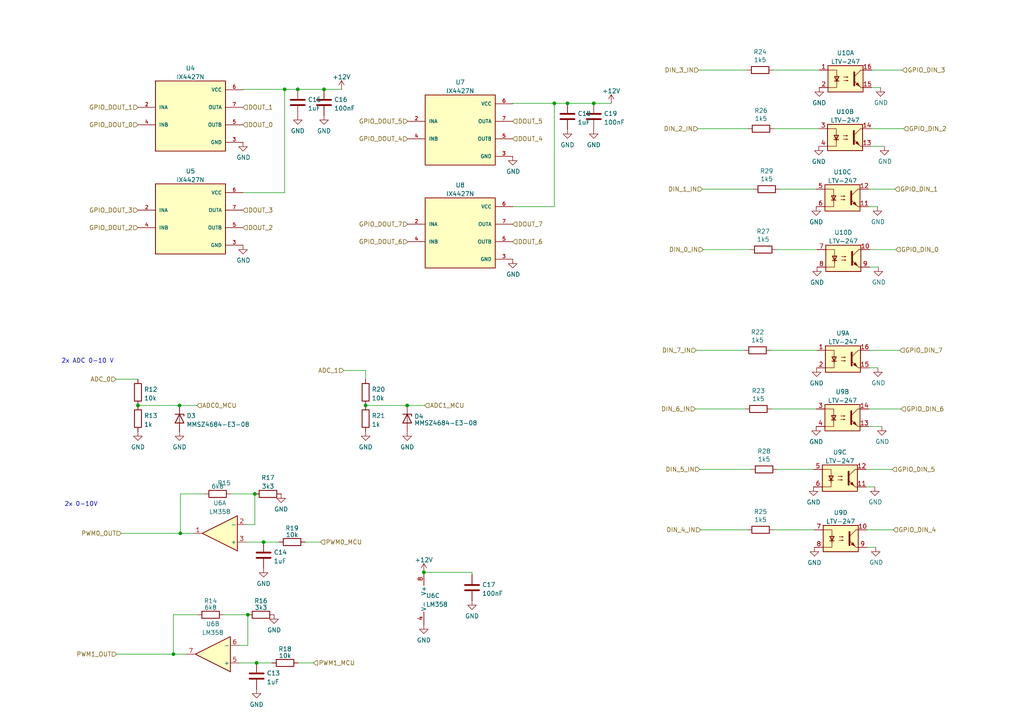
<source format=kicad_sch>
(kicad_sch (version 20230121) (generator eeschema)
  (paper "A4")
  (title_block (title "Room Board 003") (date "2018-06-15") (rev "001") (company "Jiří Husák"))
  (lib_symbols
    (symbol "Amplifier_Operational:LM358" (pin_names (offset 0.127))
      (property "Reference" "U" (at 0 5.08 0))
      (property "Value" "LM358" (at 0 -5.08 0))
      (symbol "LM358_1_1"
        (polyline (pts (xy -5.08 5.08) (xy 5.08 0) (xy -5.08 -5.08) (xy -5.08 5.08)) (stroke (width 0.254)) (fill (type background)))
        (pin output line (at 7.62 0 180) (length 2.54) (name "~") (number "1"))
        (pin input line (at -7.62 -2.54 0) (length 2.54) (name "-") (number "2"))
        (pin input line (at -7.62 2.54 0) (length 2.54) (name "+") (number "3"))
      )
      (symbol "LM358_2_1"
        (polyline (pts (xy -5.08 5.08) (xy 5.08 0) (xy -5.08 -5.08) (xy -5.08 5.08)) (stroke (width 0.254)) (fill (type background)))
        (pin input line (at -7.62 2.54 0) (length 2.54) (name "+") (number "5"))
        (pin input line (at -7.62 -2.54 0) (length 2.54) (name "-") (number "6"))
        (pin output line (at 7.62 0 180) (length 2.54) (name "~") (number "7"))
      )
      (symbol "LM358_3_1"
        (pin power_in line (at -2.54 -7.62 90) (length 3.81) (name "V-") (number "4"))
        (pin power_in line (at -2.54 7.62 270) (length 3.81) (name "V+") (number "8"))
      )
    )
    (symbol "Device:C" (pin_numbers hide) (pin_names (offset 0.254))
      (property "Reference" "C" (at 0.635 2.54 0))
      (property "Value" "C" (at 0.635 -2.54 0))
      (symbol "C_0_1"
        (polyline (pts (xy -2.032 -0.762) (xy 2.032 -0.762)) (stroke (width 0.508)))
        (polyline (pts (xy -2.032 0.762) (xy 2.032 0.762)) (stroke (width 0.508)))
      )
      (symbol "C_1_1"
        (pin passive line (at 0 3.81 270) (length 2.794) (name "~") (number "1"))
        (pin passive line (at 0 -3.81 90) (length 2.794) (name "~") (number "2"))
      )
    )
    (symbol "Device:D_Zener" (pin_numbers hide) (pin_names (offset 1.016) hide)
      (property "Reference" "D" (at 0 2.54 0))
      (property "Value" "D_Zener" (at 0 -2.54 0))
      (symbol "D_Zener_0_1"
        (polyline (pts (xy 1.27 0) (xy -1.27 0)))
        (polyline (pts (xy -1.27 -1.27) (xy -1.27 1.27) (xy -0.762 1.27)) (stroke (width 0.254)))
        (polyline (pts (xy 1.27 -1.27) (xy 1.27 1.27) (xy -1.27 0) (xy 1.27 -1.27)) (stroke (width 0.254)))
      )
      (symbol "D_Zener_1_1"
        (pin passive line (at -3.81 0 0) (length 2.54) (name "K") (number "1"))
        (pin passive line (at 3.81 0 180) (length 2.54) (name "A") (number "2"))
      )
    )
    (symbol "Device:R" (pin_numbers hide) (pin_names (offset 0))
      (property "Reference" "R" (at 2.032 0 90))
      (property "Value" "R" (at 0 0 90))
      (symbol "R_0_1"
        (rectangle (start -1.016 -2.54) (end 1.016 2.54) (stroke (width 0.254)))
      )
      (symbol "R_1_1"
        (pin passive line (at 0 3.81 270) (length 1.27) (name "~") (number "1"))
        (pin passive line (at 0 -3.81 90) (length 1.27) (name "~") (number "2"))
      )
    )
    (symbol "IX4427N:IX4427N" (pin_names (offset 1.016))
      (property "Reference" "U" (at -10.168 10.8035 0))
      (property "Value" "IX4427N" (at -10.1659 -12.7074 0))
      (symbol "IX4427N_0_0"
        (rectangle (start -10.16 -10.16) (end 10.16 10.16) (stroke (width 0.254)) (fill (type background)))
        (pin input line (at -15.24 2.54 0) (length 5.08) (name "INA") (number "2"))
        (pin power_in line (at 15.24 -7.62 180) (length 5.08) (name "GND") (number "3"))
        (pin input line (at -15.24 -2.54 0) (length 5.08) (name "INB") (number "4"))
        (pin output line (at 15.24 -2.54 180) (length 5.08) (name "OUTB") (number "5"))
        (pin power_in line (at 15.24 7.62 180) (length 5.08) (name "VCC") (number "6"))
        (pin output line (at 15.24 2.54 180) (length 5.08) (name "OUTA") (number "7"))
      )
    )
    (symbol "Isolator:LTV-247"
      (property "Reference" "U" (at -5.08 5.08 0))
      (property "Value" "LTV-247" (at 0 5.08 0))
      (symbol "LTV-247_0_1"
        (rectangle (start -5.08 3.81) (end 5.08 -3.81) (stroke (width 0.254)) (fill (type background)))
        (polyline (pts (xy -3.175 -0.635) (xy -1.905 -0.635)) (stroke (width 0.254)))
        (polyline (pts (xy 2.54 0.635) (xy 4.445 2.54)))
        (polyline (pts (xy 4.445 -2.54) (xy 2.54 -0.635)) (fill (type outline)))
        (polyline (pts (xy 4.445 -2.54) (xy 5.08 -2.54)))
        (polyline (pts (xy 4.445 2.54) (xy 5.08 2.54)))
        (polyline (pts (xy -2.54 -0.635) (xy -2.54 -2.54) (xy -5.08 -2.54)))
        (polyline (pts (xy 2.54 1.905) (xy 2.54 -1.905) (xy 2.54 -1.905)) (stroke (width 0.508)))
        (polyline (pts (xy -5.08 2.54) (xy -2.54 2.54) (xy -2.54 -1.27) (xy -2.54 0.635)))
        (polyline (pts (xy -2.54 -0.635) (xy -3.175 0.635) (xy -1.905 0.635) (xy -2.54 -0.635)) (stroke (width 0.254)))
        (polyline (pts (xy -0.508 -0.508) (xy 0.762 -0.508) (xy 0.381 -0.635) (xy 0.381 -0.381) (xy 0.762 -0.508)))
        (polyline (pts (xy -0.508 0.508) (xy 0.762 0.508) (xy 0.381 0.381) (xy 0.381 0.635) (xy 0.762 0.508)))
        (polyline (pts (xy 3.048 -1.651) (xy 3.556 -1.143) (xy 4.064 -2.159) (xy 3.048 -1.651) (xy 3.048 -1.651)) (fill (type outline)))
      )
      (symbol "LTV-247_1_1"
        (pin passive line (at -7.62 2.54 0) (length 2.54) (name "~") (number "1"))
        (pin passive line (at 7.62 -2.54 180) (length 2.54) (name "~") (number "15"))
        (pin passive line (at 7.62 2.54 180) (length 2.54) (name "~") (number "16"))
        (pin passive line (at -7.62 -2.54 0) (length 2.54) (name "~") (number "2"))
      )
      (symbol "LTV-247_2_1"
        (pin passive line (at 7.62 -2.54 180) (length 2.54) (name "~") (number "13"))
        (pin passive line (at 7.62 2.54 180) (length 2.54) (name "~") (number "14"))
        (pin passive line (at -7.62 2.54 0) (length 2.54) (name "~") (number "3"))
        (pin passive line (at -7.62 -2.54 0) (length 2.54) (name "~") (number "4"))
      )
      (symbol "LTV-247_3_1"
        (pin passive line (at 7.62 -2.54 180) (length 2.54) (name "~") (number "11"))
        (pin passive line (at 7.62 2.54 180) (length 2.54) (name "~") (number "12"))
        (pin passive line (at -7.62 2.54 0) (length 2.54) (name "~") (number "5"))
        (pin passive line (at -7.62 -2.54 0) (length 2.54) (name "~") (number "6"))
      )
      (symbol "LTV-247_4_1"
        (pin passive line (at 7.62 2.54 180) (length 2.54) (name "~") (number "10"))
        (pin passive line (at -7.62 2.54 0) (length 2.54) (name "~") (number "7"))
        (pin passive line (at -7.62 -2.54 0) (length 2.54) (name "~") (number "8"))
        (pin passive line (at 7.62 -2.54 180) (length 2.54) (name "~") (number "9"))
      )
    )
    (symbol "power:+12V" (power) (pin_names (offset 0))
      (property "Value" "+12V" (at 0 3.556 0))
      (symbol "+12V_0_1"
        (polyline (pts (xy -0.762 1.27) (xy 0 2.54)))
        (polyline (pts (xy 0 0) (xy 0 2.54)))
        (polyline (pts (xy 0 2.54) (xy 0.762 1.27)))
      )
      (symbol "+12V_1_1"
        (pin power_in line (at 0 0 90) (length 0) hide (name "+12V") (number "1"))
      )
    )
    (symbol "power:GND" (power) (pin_names (offset 0))
      (property "Value" "GND" (at 0 -3.81 0))
      (symbol "GND_0_1"
        (polyline (pts (xy 0 0) (xy 0 -1.27) (xy 1.27 -1.27) (xy 0 -2.54) (xy -1.27 -1.27) (xy 0 -1.27)))
      )
      (symbol "GND_1_1"
        (pin power_in line (at 0 0 270) (length 0) hide (name "GND") (number "1"))
      )
    )
  )
  (junction (at 86.36 25.908))
  (junction (at 50.292 189.738))
  (junction (at 71.882 178.308))
  (junction (at 82.55 25.908))
  (junction (at 40.005 117.602))
  (junction (at 164.592 29.972))
  (junction (at 122.936 165.989))
  (junction (at 74.422 192.278))
  (junction (at 172.212 29.972))
  (junction (at 106.045 117.602))
  (junction (at 160.782 29.972))
  (junction (at 118.11 117.602))
  (junction (at 52.324 154.686))
  (junction (at 93.98 25.908))
  (junction (at 52.07 117.602))
  (junction (at 73.914 143.256))
  (junction (at 76.454 157.226))
  (wire (pts (xy 106.045 117.602) (xy 118.11 117.602)))
  (wire (pts (xy 251.46 153.67) (xy 259.08 153.67)))
  (wire (pts (xy 66.929 143.256) (xy 73.914 143.256)))
  (wire (pts (xy 251.968 59.944) (xy 254.508 59.944)))
  (wire (pts (xy 35.179 154.686) (xy 52.324 154.686)))
  (wire (pts (xy 223.52 101.6) (xy 236.855 101.6)))
  (wire (pts (xy 251.206 141.224) (xy 253.746 141.224)))
  (wire (pts (xy 160.782 29.972) (xy 164.592 29.972)))
  (wire (pts (xy 50.292 189.738) (xy 50.292 178.308)))
  (wire (pts (xy 252.095 101.6) (xy 260.985 101.6)))
  (wire (pts (xy 203.708 54.864) (xy 218.567 54.864)))
  (wire (pts (xy 86.36 25.908) (xy 93.98 25.908)))
  (wire (pts (xy 251.968 118.618) (xy 261.366 118.618)))
  (wire (pts (xy 86.487 192.278) (xy 90.932 192.278)))
  (wire (pts (xy 148.717 59.944) (xy 160.782 59.944)))
  (wire (pts (xy 252.73 42.418) (xy 256.54 42.418)))
  (wire (pts (xy 52.07 117.602) (xy 57.15 117.602)))
  (wire (pts (xy 226.187 54.864) (xy 236.728 54.864)))
  (wire (pts (xy 202.946 136.144) (xy 217.805 136.144)))
  (wire (pts (xy 224.282 20.32) (xy 237.617 20.32)))
  (wire (pts (xy 201.93 101.6) (xy 215.9 101.6)))
  (wire (pts (xy 148.717 29.972) (xy 148.717 30.099)))
  (wire (pts (xy 33.655 109.982) (xy 40.005 109.982)))
  (wire (pts (xy 202.692 20.32) (xy 216.662 20.32)))
  (wire (pts (xy 251.968 123.698) (xy 255.778 123.698)))
  (wire (pts (xy 82.55 55.88) (xy 82.55 25.908)))
  (wire (pts (xy 73.914 152.146) (xy 71.374 152.146)))
  (wire (pts (xy 202.438 37.338) (xy 216.916 37.338)))
  (wire (pts (xy 88.519 157.226) (xy 92.964 157.226)))
  (wire (pts (xy 106.045 107.442) (xy 106.045 109.982)))
  (wire (pts (xy 118.11 117.602) (xy 123.19 117.602)))
  (wire (pts (xy 251.206 136.144) (xy 258.826 136.144)))
  (wire (pts (xy 93.98 25.908) (xy 99.06 25.908)))
  (wire (pts (xy 71.882 178.308) (xy 71.882 187.198)))
  (wire (pts (xy 70.485 55.88) (xy 82.55 55.88)))
  (wire (pts (xy 82.55 25.908) (xy 86.36 25.908)))
  (wire (pts (xy 225.425 136.144) (xy 235.966 136.144)))
  (wire (pts (xy 69.342 192.278) (xy 74.422 192.278)))
  (wire (pts (xy 203.962 72.39) (xy 217.551 72.39)))
  (wire (pts (xy 252.857 20.32) (xy 261.747 20.32)))
  (wire (pts (xy 40.005 117.602) (xy 52.07 117.602)))
  (wire (pts (xy 164.592 29.972) (xy 172.212 29.972)))
  (wire (pts (xy 50.292 178.308) (xy 57.277 178.308)))
  (wire (pts (xy 71.374 157.226) (xy 76.454 157.226)))
  (wire (pts (xy 82.55 25.908) (xy 70.485 25.908)))
  (wire (pts (xy 252.73 37.338) (xy 262.128 37.338)))
  (wire (pts (xy 252.222 77.47) (xy 254.762 77.47)))
  (wire (pts (xy 160.782 59.944) (xy 160.782 29.972)))
  (wire (pts (xy 52.324 154.686) (xy 52.324 143.256)))
  (wire (pts (xy 71.882 187.198) (xy 69.342 187.198)))
  (wire (pts (xy 225.171 72.39) (xy 236.982 72.39)))
  (wire (pts (xy 251.46 158.75) (xy 254 158.75)))
  (wire (pts (xy 122.936 165.989) (xy 136.906 165.989)))
  (wire (pts (xy 99.695 107.442) (xy 106.045 107.442)))
  (wire (pts (xy 252.095 106.68) (xy 254.635 106.68)))
  (wire (pts (xy 224.409 153.67) (xy 236.22 153.67)))
  (wire (pts (xy 201.676 118.618) (xy 216.154 118.618)))
  (wire (pts (xy 50.292 189.738) (xy 54.102 189.738)))
  (wire (pts (xy 203.2 153.67) (xy 216.789 153.67)))
  (wire (pts (xy 52.324 154.686) (xy 56.134 154.686)))
  (wire (pts (xy 160.782 29.972) (xy 148.717 29.972)))
  (wire (pts (xy 70.485 25.908) (xy 70.485 26.035)))
  (wire (pts (xy 172.212 29.972) (xy 177.292 29.972)))
  (wire (pts (xy 136.906 165.989) (xy 136.906 166.624)))
  (wire (pts (xy 33.782 189.738) (xy 50.292 189.738)))
  (wire (pts (xy 73.914 143.256) (xy 73.914 152.146)))
  (wire (pts (xy 64.897 178.308) (xy 71.882 178.308)))
  (wire (pts (xy 252.857 25.4) (xy 255.397 25.4)))
  (wire (pts (xy 76.454 157.226) (xy 80.899 157.226)))
  (wire (pts (xy 223.774 118.618) (xy 236.728 118.618)))
  (wire (pts (xy 224.536 37.338) (xy 237.49 37.338)))
  (wire (pts (xy 74.422 192.278) (xy 78.867 192.278)))
  (wire (pts (xy 252.222 72.39) (xy 259.842 72.39)))
  (wire (pts (xy 251.968 54.864) (xy 259.588 54.864)))
  (wire (pts (xy 52.324 143.256) (xy 59.309 143.256)))
  (text "2x 0-10V" (at 18.669 147.066 0) (effects (font (size 1.27 1.27)) (justify left bottom)))
  (text "2x ADC 0-10 V" (at 17.78 105.537 0) (effects (font (size 1.27 1.27)) (justify left bottom)))
  (hierarchical_label "DOUT_2" (shape input) (at 70.485 66.04 0))
  (hierarchical_label "DIN_7_IN" (shape input) (at 201.93 101.6 180))
  (hierarchical_label "DOUT_3" (shape input) (at 70.485 60.96 0))
  (hierarchical_label "GPIO_DOUT_7" (shape input) (at 118.237 65.024 180))
  (hierarchical_label "GPIO_DOUT_1" (shape input) (at 40.005 31.115 180))
  (hierarchical_label "GPIO_DOUT_5" (shape input) (at 118.237 35.179 180))
  (hierarchical_label "DIN_2_IN" (shape input) (at 202.438 37.338 180))
  (hierarchical_label "GPIO_DOUT_6" (shape input) (at 118.237 70.104 180))
  (hierarchical_label "GPIO_DIN_4" (shape input) (at 259.08 153.67 0))
  (hierarchical_label "ADC_0" (shape input) (at 33.655 109.982 180))
  (hierarchical_label "GPIO_DIN_1" (shape input) (at 259.588 54.864 0))
  (hierarchical_label "DIN_5_IN" (shape input) (at 202.946 136.144 180))
  (hierarchical_label "DIN_4_IN" (shape input) (at 203.2 153.67 180))
  (hierarchical_label "DIN_6_IN" (shape input) (at 201.676 118.618 180))
  (hierarchical_label "ADC_1" (shape input) (at 99.695 107.442 180))
  (hierarchical_label "DOUT_1" (shape input) (at 70.485 31.115 0))
  (hierarchical_label "GPIO_DIN_3" (shape input) (at 261.747 20.32 0))
  (hierarchical_label "DIN_0_IN" (shape input) (at 203.962 72.39 180))
  (hierarchical_label "GPIO_DOUT_0" (shape input) (at 40.005 36.195 180))
  (hierarchical_label "GPIO_DOUT_3" (shape input) (at 40.005 60.96 180))
  (hierarchical_label "ADC1_MCU" (shape input) (at 123.19 117.602 0))
  (hierarchical_label "GPIO_DOUT_4" (shape input) (at 118.237 40.259 180))
  (hierarchical_label "PWM1_MCU" (shape input) (at 90.932 192.278 0))
  (hierarchical_label "PWM0_MCU" (shape input) (at 92.964 157.226 0))
  (hierarchical_label "GPIO_DOUT_2" (shape input) (at 40.005 66.04 180))
  (hierarchical_label "ADC0_MCU" (shape input) (at 57.15 117.602 0))
  (hierarchical_label "DOUT_6" (shape input) (at 148.717 70.104 0))
  (hierarchical_label "PWM0_OUT" (shape input) (at 35.179 154.686 180))
  (hierarchical_label "GPIO_DIN_5" (shape input) (at 258.826 136.144 0))
  (hierarchical_label "DOUT_5" (shape input) (at 148.717 35.179 0))
  (hierarchical_label "GPIO_DIN_6" (shape input) (at 261.366 118.618 0))
  (hierarchical_label "DIN_1_IN" (shape input) (at 203.708 54.864 180))
  (hierarchical_label "DOUT_7" (shape input) (at 148.717 65.024 0))
  (hierarchical_label "DOUT_0" (shape input) (at 70.485 36.195 0))
  (hierarchical_label "GPIO_DIN_0" (shape input) (at 259.842 72.39 0))
  (hierarchical_label "PWM1_OUT" (shape input) (at 33.782 189.738 180))
  (hierarchical_label "GPIO_DIN_7" (shape input) (at 260.985 101.6 0))
  (hierarchical_label "DOUT_4" (shape input) (at 148.717 40.259 0))
  (hierarchical_label "DIN_3_IN" (shape input) (at 202.692 20.32 180))
  (hierarchical_label "GPIO_DIN_2" (shape input) (at 262.128 37.338 0))
  (symbol (lib_id "power:GND") (at 254.762 77.47 0) (unit 1)
    (property "Reference" "#PWR064" (effects hide))
    (property "Value" "GND" (at 254.889 81.8642 0))
  )
  (symbol (lib_id "power:GND") (at 256.54 42.418 0) (unit 1)
    (property "Reference" "#PWR067" (effects hide))
    (property "Value" "GND" (at 256.667 46.8122 0))
  )
  (symbol (lib_id "power:GND") (at 254.508 59.944 0) (unit 1)
    (property "Reference" "#PWR062" (effects hide))
    (property "Value" "GND" (at 254.635 64.3382 0))
  )
  (symbol (lib_id "Device:R") (at 220.472 20.32 90) (unit 1)
    (property "Reference" "R24" (at 220.472 15.0622 90))
    (property "Value" "1k5" (at 220.472 17.3736 90))
    (property "Footprint" "Resistor_SMD:R_0805_2012Metric" (effects hide))
  )
  (symbol (lib_id "power:GND") (at 255.397 25.4 0) (unit 1)
    (property "Reference" "#PWR065" (effects hide))
    (property "Value" "GND" (at 255.524 29.7942 0))
  )
  (symbol (lib_id "power:GND") (at 79.502 178.308 0) (unit 1)
    (property "Reference" "#PWR037" (effects hide))
    (property "Value" "GND" (at 79.502 182.7514 0))
  )
  (symbol (lib_id "power:GND") (at 172.212 37.592 0) (unit 1)
    (property "Reference" "#PWR050" (effects hide))
    (property "Value" "GND" (at 172.212 42.0354 0))
  )
  (symbol (lib_id "power:GND") (at 236.728 123.698 0) (unit 1)
    (property "Reference" "#PWR055" (effects hide))
    (property "Value" "GND" (at 236.728 128.1414 0))
  )
  (symbol (lib_id "power:+12V") (at 99.06 25.908 0) (unit 1)
    (property "Reference" "#PWR041" (effects hide))
    (property "Value" "+12V" (at 99.06 22.3322 0))
  )
  (symbol (lib_id "Device:R") (at 63.119 143.256 90) (unit 1)
    (property "Reference" "R15" (at 65.024 140.081 90))
    (property "Value" "6k8" (at 63.119 141.0771 90))
    (property "Footprint" "Resistor_SMD:R_0805_2012Metric" (effects hide))
  )
  (symbol (lib_id "power:GND") (at 106.045 125.222 0) (unit 1)
    (property "Reference" "#PWR042" (effects hide))
    (property "Value" "GND" (at 106.045 129.6654 0))
  )
  (symbol (lib_id "power:GND") (at 235.966 141.224 0) (unit 1)
    (property "Reference" "#PWR052" (effects hide))
    (property "Value" "GND" (at 235.966 145.6674 0))
  )
  (symbol (lib_id "Device:R") (at 219.71 101.6 90) (unit 1)
    (property "Reference" "R22" (at 219.71 96.3422 90))
    (property "Value" "1k5" (at 219.71 98.6536 90))
    (property "Footprint" "Resistor_SMD:R_0805_2012Metric" (effects hide))
  )
  (symbol (lib_id "Device:D_Zener") (at 118.11 121.412 270) (unit 1)
    (property "Reference" "D4" (at 120.142 120.7683 90) (effects (justify left)))
    (property "Value" "MMSZ4684-E3-08" (at 120.142 122.6893 90) (effects (justify left)))
    (property "Footprint" "Diode_SMD:D_SOD-123" (effects hide))
  )
  (symbol (lib_id "Amplifier_Operational:LM358") (at 63.754 154.686 180) (unit 1)
    (property "Reference" "U6" (at 63.754 145.9062 0))
    (property "Value" "LM358" (at 63.754 148.4431 0))
    (property "Footprint" "Package_SO:TSSOP-8_4.4x3mm_P0.65mm" (effects hide))
    (property "Datasheet" "http://www.ti.com/lit/ds/symlink/lm2904-n.pdf" (effects hide))
  )
  (symbol (lib_id "power:GND") (at 236.982 77.47 0) (unit 1)
    (property "Reference" "#PWR057" (effects hide))
    (property "Value" "GND" (at 236.982 81.9134 0))
  )
  (symbol (lib_id "IX4427N:IX4427N") (at 55.245 63.5 0) (unit 1)
    (property "Reference" "U5" (at 55.245 49.6402 0))
    (property "Value" "IX4427N" (at 55.245 52.1771 0))
    (property "Footprint" "Package_SO:SOIC-8_3.9x4.9mm_P1.27mm" (effects hide))
    (property "STANDARD" "IPC-7351B" (effects hide))
    (property "MANUFACTURER" "IXYS" (effects hide))
  )
  (symbol (lib_id "Device:R") (at 106.045 121.412 0) (unit 1)
    (property "Reference" "R21" (at 107.823 120.5773 0) (effects (justify left)))
    (property "Value" "1k" (at 107.823 123.1142 0) (effects (justify left)))
    (property "Footprint" "Resistor_SMD:R_0805_2012Metric" (effects hide))
  )
  (symbol (lib_id "Device:R") (at 84.709 157.226 90) (unit 1)
    (property "Reference" "R19" (at 84.709 153.2001 90))
    (property "Value" "10k" (at 84.709 155.1211 90))
    (property "Footprint" "Resistor_SMD:R_0805_2012Metric" (effects hide))
  )
  (symbol (lib_id "power:GND") (at 93.98 33.528 0) (unit 1)
    (property "Reference" "#PWR040" (effects hide))
    (property "Value" "GND" (at 93.98 37.9714 0))
  )
  (symbol (lib_id "Isolator:LTV-247") (at 245.237 22.86 0) (unit 1)
    (property "Reference" "U10" (at 245.237 15.3502 0))
    (property "Value" "LTV-247" (at 245.237 17.8871 0))
    (property "Footprint" "Package_SO:SOP-16_4.4x10.4mm_P1.27mm" (effects hide))
    (property "Datasheet" "http://optoelectronics.liteon.com/upload/download/DS70-2009-0014/LTV-2X7%20sereis%20Mar17.PDF" (effects hide))
  )
  (symbol (lib_id "Amplifier_Operational:LM358") (at 125.476 173.609 0) (unit 3)
    (property "Reference" "U6" (at 123.571 172.7743 0) (effects (justify left)))
    (property "Value" "LM358" (at 123.571 175.3112 0) (effects (justify left)))
    (property "Footprint" "Package_SO:TSSOP-8_4.4x3mm_P0.65mm" (effects hide))
    (property "Datasheet" "http://www.ti.com/lit/ds/symlink/lm2904-n.pdf" (effects hide))
  )
  (symbol (lib_id "power:GND") (at 118.11 125.222 0) (unit 1)
    (property "Reference" "#PWR043" (effects hide))
    (property "Value" "GND" (at 118.11 129.6654 0))
  )
  (symbol (lib_id "power:GND") (at 237.49 42.418 0) (unit 1)
    (property "Reference" "#PWR058" (effects hide))
    (property "Value" "GND" (at 237.49 46.8614 0))
  )
  (symbol (lib_id "power:+12V") (at 122.936 165.989 0) (unit 1)
    (property "Reference" "#PWR044" (effects hide))
    (property "Value" "+12V" (at 122.936 162.4132 0))
  )
  (symbol (lib_id "power:GND") (at 136.906 174.244 0) (unit 1)
    (property "Reference" "#PWR046" (effects hide))
    (property "Value" "GND" (at 136.906 178.6874 0))
  )
  (symbol (lib_id "power:GND") (at 76.454 164.846 0) (unit 1)
    (property "Reference" "#PWR036" (effects hide))
    (property "Value" "GND" (at 76.454 169.2894 0))
  )
  (symbol (lib_id "Device:C") (at 86.36 29.718 0) (unit 1)
    (property "Reference" "C15" (at 89.281 28.8833 0) (effects (justify left)))
    (property "Value" "1uF" (at 89.281 31.4202 0) (effects (justify left)))
    (property "Footprint" "Capacitor_SMD:C_0805_2012Metric" (effects hide))
  )
  (symbol (lib_id "Isolator:LTV-247") (at 244.602 74.93 0) (unit 4)
    (property "Reference" "U10" (at 244.602 67.4202 0))
    (property "Value" "LTV-247" (at 244.602 69.9571 0))
    (property "Footprint" "Package_SO:SOP-16_4.4x10.4mm_P1.27mm" (effects hide))
    (property "Datasheet" "http://optoelectronics.liteon.com/upload/download/DS70-2009-0014/LTV-2X7%20sereis%20Mar17.PDF" (effects hide))
  )
  (symbol (lib_id "Device:R") (at 75.692 178.308 90) (unit 1)
    (property "Reference" "R16" (at 75.692 174.2821 90))
    (property "Value" "3k3" (at 75.692 176.2031 90))
    (property "Footprint" "Resistor_SMD:R_0805_2012Metric" (effects hide))
  )
  (symbol (lib_id "Device:C") (at 76.454 161.036 0) (unit 1)
    (property "Reference" "C14" (at 79.375 160.2013 0) (effects (justify left)))
    (property "Value" "1uF" (at 79.375 162.7382 0) (effects (justify left)))
    (property "Footprint" "Capacitor_SMD:C_0805_2012Metric" (effects hide))
  )
  (symbol (lib_id "IX4427N:IX4427N") (at 133.477 37.719 0) (unit 1)
    (property "Reference" "U7" (at 133.477 23.8592 0))
    (property "Value" "IX4427N" (at 133.477 26.3961 0))
    (property "Footprint" "Package_SO:SOIC-8_3.9x4.9mm_P1.27mm" (effects hide))
    (property "STANDARD" "IPC-7351B" (effects hide))
    (property "MANUFACTURER" "IXYS" (effects hide))
  )
  (symbol (lib_id "Device:R") (at 220.599 153.67 90) (unit 1)
    (property "Reference" "R25" (at 220.599 148.4122 90))
    (property "Value" "1k5" (at 220.599 150.7236 90))
    (property "Footprint" "Resistor_SMD:R_0805_2012Metric" (effects hide))
  )
  (symbol (lib_id "Device:D_Zener") (at 52.07 121.412 270) (unit 1)
    (property "Reference" "D3" (at 54.102 120.5773 90) (effects (justify left)))
    (property "Value" "MMSZ4684-E3-08" (at 54.102 123.1142 90) (effects (justify left)))
    (property "Footprint" "Diode_SMD:D_SOD-123" (effects hide))
  )
  (symbol (lib_id "power:GND") (at 122.936 181.229 0) (unit 1)
    (property "Reference" "#PWR045" (effects hide))
    (property "Value" "GND" (at 122.936 185.6724 0))
  )
  (symbol (lib_id "Device:C") (at 136.906 170.434 0) (unit 1)
    (property "Reference" "C17" (at 139.827 169.5993 0) (effects (justify left)))
    (property "Value" "100nF" (at 139.827 172.1362 0) (effects (justify left)))
    (property "Footprint" "Capacitor_SMD:C_0805_2012Metric" (effects hide))
  )
  (symbol (lib_id "power:GND") (at 237.617 25.4 0) (unit 1)
    (property "Reference" "#PWR059" (effects hide))
    (property "Value" "GND" (at 237.617 29.8434 0))
  )
  (symbol (lib_id "Device:R") (at 220.726 37.338 90) (unit 1)
    (property "Reference" "R26" (at 220.726 32.0802 90))
    (property "Value" "1k5" (at 220.726 34.3916 90))
    (property "Footprint" "Resistor_SMD:R_0805_2012Metric" (effects hide))
  )
  (symbol (lib_id "power:GND") (at 236.855 106.68 0) (unit 1)
    (property "Reference" "#PWR056" (effects hide))
    (property "Value" "GND" (at 236.855 111.1234 0))
  )
  (symbol (lib_id "Device:R") (at 222.377 54.864 90) (unit 1)
    (property "Reference" "R29" (at 222.377 49.6062 90))
    (property "Value" "1k5" (at 222.377 51.9176 90))
    (property "Footprint" "Resistor_SMD:R_0805_2012Metric" (effects hide))
  )
  (symbol (lib_id "Isolator:LTV-247") (at 243.586 138.684 0) (unit 3)
    (property "Reference" "U9" (at 243.586 131.1742 0))
    (property "Value" "LTV-247" (at 243.586 133.7111 0))
    (property "Footprint" "Package_SO:SOP-16_4.4x10.4mm_P1.27mm" (effects hide))
    (property "Datasheet" "http://optoelectronics.liteon.com/upload/download/DS70-2009-0014/LTV-2X7%20sereis%20Mar17.PDF" (effects hide))
  )
  (symbol (lib_id "Isolator:LTV-247") (at 244.475 104.14 0) (unit 1)
    (property "Reference" "U9" (at 244.475 96.6302 0))
    (property "Value" "LTV-247" (at 244.475 99.1671 0))
    (property "Footprint" "Package_SO:SOP-16_4.4x10.4mm_P1.27mm" (effects hide))
    (property "Datasheet" "http://optoelectronics.liteon.com/upload/download/DS70-2009-0014/LTV-2X7%20sereis%20Mar17.PDF" (effects hide))
  )
  (symbol (lib_id "Device:R") (at 221.361 72.39 90) (unit 1)
    (property "Reference" "R27" (at 221.361 67.1322 90))
    (property "Value" "1k5" (at 221.361 69.4436 90))
    (property "Footprint" "Resistor_SMD:R_0805_2012Metric" (effects hide))
  )
  (symbol (lib_id "power:GND") (at 236.22 158.75 0) (unit 1)
    (property "Reference" "#PWR053" (effects hide))
    (property "Value" "GND" (at 236.22 163.1934 0))
  )
  (symbol (lib_id "power:GND") (at 236.728 59.944 0) (unit 1)
    (property "Reference" "#PWR054" (effects hide))
    (property "Value" "GND" (at 236.728 64.3874 0))
  )
  (symbol (lib_id "Device:C") (at 74.422 196.088 0) (unit 1)
    (property "Reference" "C13" (at 77.343 195.2533 0) (effects (justify left)))
    (property "Value" "1uF" (at 77.343 197.7902 0) (effects (justify left)))
    (property "Footprint" "Capacitor_SMD:C_0805_2012Metric" (effects hide))
  )
  (symbol (lib_id "Device:R") (at 40.005 121.412 0) (unit 1)
    (property "Reference" "R13" (at 41.783 120.5773 0) (effects (justify left)))
    (property "Value" "1k" (at 41.783 123.1142 0) (effects (justify left)))
    (property "Footprint" "Resistor_SMD:R_0805_2012Metric" (effects hide))
  )
  (symbol (lib_id "power:+12V") (at 177.292 29.972 0) (unit 1)
    (property "Reference" "#PWR051" (effects hide))
    (property "Value" "+12V" (at 177.292 26.3962 0))
  )
  (symbol (lib_id "Device:R") (at 77.724 143.256 90) (unit 1)
    (property "Reference" "R17" (at 77.724 138.5402 90))
    (property "Value" "3k3" (at 77.724 141.0771 90))
    (property "Footprint" "Resistor_SMD:R_0805_2012Metric" (effects hide))
  )
  (symbol (lib_id "power:GND") (at 254.635 106.68 0) (unit 1)
    (property "Reference" "#PWR063" (effects hide))
    (property "Value" "GND" (at 254.762 111.0742 0))
  )
  (symbol (lib_id "power:GND") (at 148.717 75.184 0) (unit 1)
    (property "Reference" "#PWR048" (effects hide))
    (property "Value" "GND" (at 148.844 79.5782 0))
  )
  (symbol (lib_id "Isolator:LTV-247") (at 244.348 57.404 0) (unit 3)
    (property "Reference" "U10" (at 244.348 49.8942 0))
    (property "Value" "LTV-247" (at 244.348 52.4311 0))
    (property "Footprint" "Package_SO:SOP-16_4.4x10.4mm_P1.27mm" (effects hide))
    (property "Datasheet" "http://optoelectronics.liteon.com/upload/download/DS70-2009-0014/LTV-2X7%20sereis%20Mar17.PDF" (effects hide))
  )
  (symbol (lib_id "Amplifier_Operational:LM358") (at 61.722 189.738 180) (unit 2)
    (property "Reference" "U6" (at 61.722 180.9582 0))
    (property "Value" "LM358" (at 61.722 183.4951 0))
    (property "Footprint" "Package_SO:TSSOP-8_4.4x3mm_P0.65mm" (effects hide))
    (property "Datasheet" "http://www.ti.com/lit/ds/symlink/lm2904-n.pdf" (effects hide))
  )
  (symbol (lib_id "Isolator:LTV-247") (at 245.11 39.878 0) (unit 2)
    (property "Reference" "U10" (at 245.11 32.3682 0))
    (property "Value" "LTV-247" (at 245.11 34.9051 0))
    (property "Footprint" "Package_SO:SOP-16_4.4x10.4mm_P1.27mm" (effects hide))
    (property "Datasheet" "http://optoelectronics.liteon.com/upload/download/DS70-2009-0014/LTV-2X7%20sereis%20Mar17.PDF" (effects hide))
  )
  (symbol (lib_id "power:GND") (at 40.005 125.222 0) (unit 1)
    (property "Reference" "#PWR031" (effects hide))
    (property "Value" "GND" (at 40.005 129.6654 0))
  )
  (symbol (lib_id "power:GND") (at 253.746 141.224 0) (unit 1)
    (property "Reference" "#PWR060" (effects hide))
    (property "Value" "GND" (at 253.873 145.6182 0))
  )
  (symbol (lib_id "power:GND") (at 70.485 71.12 0) (unit 1)
    (property "Reference" "#PWR034" (effects hide))
    (property "Value" "GND" (at 70.612 75.5142 0))
  )
  (symbol (lib_id "power:GND") (at 254 158.75 0) (unit 1)
    (property "Reference" "#PWR061" (effects hide))
    (property "Value" "GND" (at 254.127 163.1442 0))
  )
  (symbol (lib_id "power:GND") (at 86.36 33.528 0) (unit 1)
    (property "Reference" "#PWR039" (effects hide))
    (property "Value" "GND" (at 86.36 37.9714 0))
  )
  (symbol (lib_id "power:GND") (at 81.534 143.256 0) (unit 1)
    (property "Reference" "#PWR038" (effects hide))
    (property "Value" "GND" (at 81.534 147.6994 0))
  )
  (symbol (lib_id "Device:R") (at 106.045 113.792 0) (unit 1)
    (property "Reference" "R20" (at 107.823 112.9573 0) (effects (justify left)))
    (property "Value" "10k" (at 107.823 115.4942 0) (effects (justify left)))
    (property "Footprint" "Resistor_SMD:R_0805_2012Metric" (effects hide))
  )
  (symbol (lib_id "Device:R") (at 40.005 113.792 0) (unit 1)
    (property "Reference" "R12" (at 41.783 112.9573 0) (effects (justify left)))
    (property "Value" "10k" (at 41.783 115.4942 0) (effects (justify left)))
    (property "Footprint" "Resistor_SMD:R_0805_2012Metric" (effects hide))
  )
  (symbol (lib_id "Device:C") (at 93.98 29.718 0) (unit 1)
    (property "Reference" "C16" (at 96.901 28.8833 0) (effects (justify left)))
    (property "Value" "100nF" (at 96.901 31.4202 0) (effects (justify left)))
    (property "Footprint" "Capacitor_SMD:C_0805_2012Metric" (effects hide))
  )
  (symbol (lib_id "IX4427N:IX4427N") (at 55.245 33.655 0) (unit 1)
    (property "Reference" "U4" (at 55.245 19.7952 0))
    (property "Value" "IX4427N" (at 55.245 22.3321 0))
    (property "Footprint" "Package_SO:SOIC-8_3.9x4.9mm_P1.27mm" (effects hide))
    (property "STANDARD" "IPC-7351B" (effects hide))
    (property "MANUFACTURER" "IXYS" (effects hide))
  )
  (symbol (lib_id "power:GND") (at 74.422 199.898 0) (unit 1)
    (property "Reference" "#PWR035" (effects hide))
    (property "Value" "GND" (at 74.422 204.3414 0))
  )
  (symbol (lib_id "Device:R") (at 219.964 118.618 90) (unit 1)
    (property "Reference" "R23" (at 219.964 113.3602 90))
    (property "Value" "1k5" (at 219.964 115.6716 90))
    (property "Footprint" "Resistor_SMD:R_0805_2012Metric" (effects hide))
  )
  (symbol (lib_id "Device:R") (at 82.677 192.278 90) (unit 1)
    (property "Reference" "R18" (at 82.677 188.2521 90))
    (property "Value" "10k" (at 82.677 190.1731 90))
    (property "Footprint" "Resistor_SMD:R_0805_2012Metric" (effects hide))
  )
  (symbol (lib_id "IX4427N:IX4427N") (at 133.477 67.564 0) (unit 1)
    (property "Reference" "U8" (at 133.477 53.7042 0))
    (property "Value" "IX4427N" (at 133.477 56.2411 0))
    (property "Footprint" "Package_SO:SOIC-8_3.9x4.9mm_P1.27mm" (effects hide))
    (property "STANDARD" "IPC-7351B" (effects hide))
    (property "MANUFACTURER" "IXYS" (effects hide))
  )
  (symbol (lib_id "power:GND") (at 148.717 45.339 0) (unit 1)
    (property "Reference" "#PWR047" (effects hide))
    (property "Value" "GND" (at 148.844 49.7332 0))
  )
  (symbol (lib_id "power:GND") (at 255.778 123.698 0) (unit 1)
    (property "Reference" "#PWR066" (effects hide))
    (property "Value" "GND" (at 255.905 128.0922 0))
  )
  (symbol (lib_id "Device:C") (at 172.212 33.782 0) (unit 1)
    (property "Reference" "C19" (at 175.133 32.9473 0) (effects (justify left)))
    (property "Value" "100nF" (at 175.133 35.4842 0) (effects (justify left)))
    (property "Footprint" "Capacitor_SMD:C_0805_2012Metric" (effects hide))
  )
  (symbol (lib_id "power:GND") (at 52.07 125.222 0) (unit 1)
    (property "Reference" "#PWR032" (effects hide))
    (property "Value" "GND" (at 52.07 129.6654 0))
  )
  (symbol (lib_id "Isolator:LTV-247") (at 243.84 156.21 0) (unit 4)
    (property "Reference" "U9" (at 243.84 148.7002 0))
    (property "Value" "LTV-247" (at 243.84 151.2371 0))
    (property "Footprint" "Package_SO:SOP-16_4.4x10.4mm_P1.27mm" (effects hide))
    (property "Datasheet" "http://optoelectronics.liteon.com/upload/download/DS70-2009-0014/LTV-2X7%20sereis%20Mar17.PDF" (effects hide))
  )
  (symbol (lib_id "power:GND") (at 164.592 37.592 0) (unit 1)
    (property "Reference" "#PWR049" (effects hide))
    (property "Value" "GND" (at 164.592 42.0354 0))
  )
  (symbol (lib_id "Device:C") (at 164.592 33.782 0) (unit 1)
    (property "Reference" "C18" (at 167.513 32.9473 0) (effects (justify left)))
    (property "Value" "1uF" (at 167.513 35.4842 0) (effects (justify left)))
    (property "Footprint" "Capacitor_SMD:C_0805_2012Metric" (effects hide))
  )
  (symbol (lib_id "Isolator:LTV-247") (at 244.348 121.158 0) (unit 2)
    (property "Reference" "U9" (at 244.348 113.6482 0))
    (property "Value" "LTV-247" (at 244.348 116.1851 0))
    (property "Footprint" "Package_SO:SOP-16_4.4x10.4mm_P1.27mm" (effects hide))
    (property "Datasheet" "http://optoelectronics.liteon.com/upload/download/DS70-2009-0014/LTV-2X7%20sereis%20Mar17.PDF" (effects hide))
  )
  (symbol (lib_id "power:GND") (at 70.485 41.275 0) (unit 1)
    (property "Reference" "#PWR033" (effects hide))
    (property "Value" "GND" (at 70.612 45.6692 0))
  )
  (symbol (lib_id "Device:R") (at 61.087 178.308 90) (unit 1)
    (property "Reference" "R14" (at 61.087 174.2821 90))
    (property "Value" "6k8" (at 61.087 176.2031 90))
    (property "Footprint" "Resistor_SMD:R_0805_2012Metric" (effects hide))
  )
  (symbol (lib_id "Device:R") (at 221.615 136.144 90) (unit 1)
    (property "Reference" "R28" (at 221.615 130.8862 90))
    (property "Value" "1k5" (at 221.615 133.1976 90))
    (property "Footprint" "Resistor_SMD:R_0805_2012Metric" (effects hide))
  )
)
</source>
